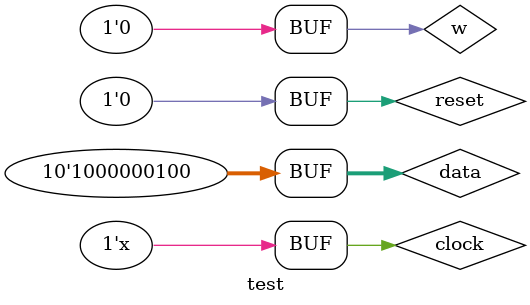
<source format=v>

`timescale 1ns / 1ps

module test;

	// Inputs
	reg [9:0] data;
	reg reset;
	reg w;
	reg clock;

	// Outputs
	wire [3:0] reg01_value;
	wire [3:0] reg02_value;
	wire [3:0] reg03_value;
	wire [3:0] reg04_value;
	wire [1:0] count;
	wire carry;
	wire overflow;

	// Instantiate the Unit Under Test (UUT)
	main uut (
		.data(data), 
		.reset(reset), 
		.w(w), 
		.clock(clock),  
		.reg01_value(reg01_value), 
		.reg02_value(reg02_value), 
		.reg03_value(reg03_value), 
		.reg04_value(reg04_value), 
		.count(count),
		.carry(carry),
		.overflow(overflow)
	);

	initial begin

		// Initialize Inputs
		data = 0;
		reset = 1;
		w = 1;
		clock = 0;

		// Wait 20 ns for global reset to finish
		#20;

		// Add stimulus here
		reset = 0;
		data = 10'b0000011101;
		
		//#80 - for 1 cycles fn. (1 cycle for exec and wait for 1 cycle)
		//#120 - for 2 cycle fn. (2 cycle for exec and 1 cycle for wait)
		//#160 - for 3 cycle fn. (3 cycle for exec and 1 cycle for wait)
		
		#80;
		data = 10'b0000100111;
		
		#120;
		data = 10'b1010100000;
		
		#80;
		data = 10'b0111111001;

		#160;
		data = 10'b0110001101;

		#160;
		data = 10'b0010000100;
		
		#80;
		data = 10'b0101001100;
		
		#160;
		data = 10'b1000000100;
		
		#120;
		w = 1'b0;

	end
      
	always begin 

		#20;
		clock = ~clock;

	end

endmodule

</source>
